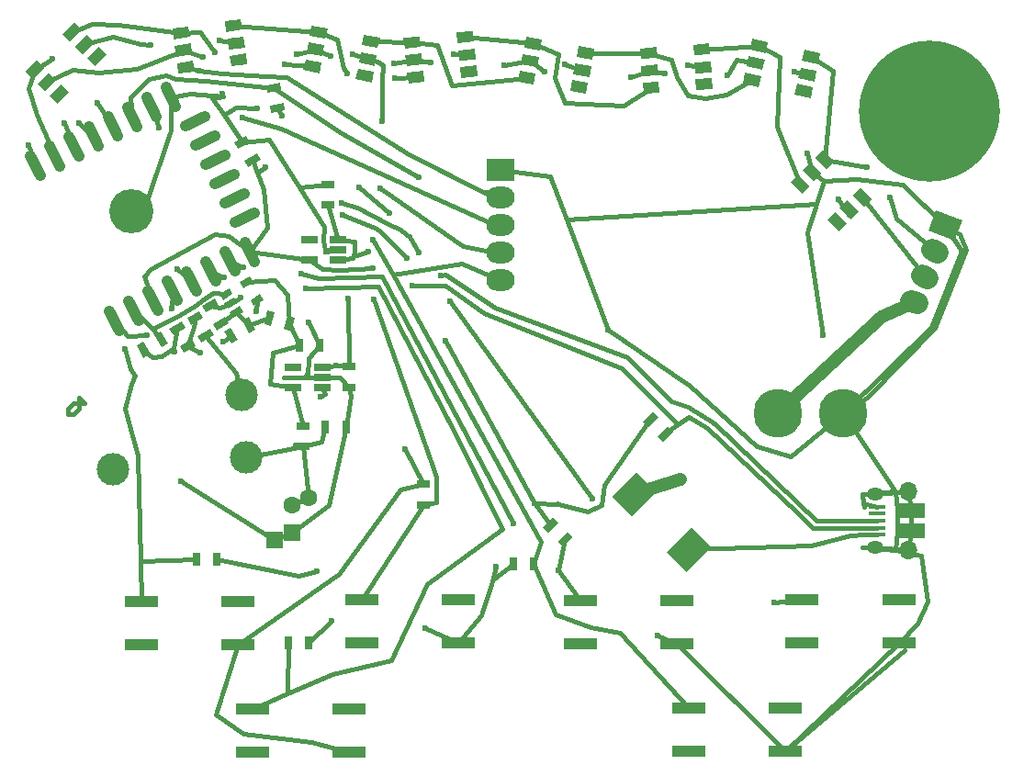
<source format=gtl>
G04 #@! TF.FileFunction,Copper,L1,Top,Signal*
%FSLAX46Y46*%
G04 Gerber Fmt 4.6, Leading zero omitted, Abs format (unit mm)*
G04 Created by KiCad (PCBNEW 4.0.2+dfsg1-stable) date Thu 12 Apr 2018 12:39:55 PM EDT*
%MOMM*%
G01*
G04 APERTURE LIST*
%ADD10C,0.100000*%
%ADD11C,4.064000*%
%ADD12R,0.700000X1.300000*%
%ADD13R,1.300000X0.700000*%
%ADD14C,1.000000*%
%ADD15C,2.000000*%
%ADD16R,1.600000X1.600000*%
%ADD17C,1.600000*%
%ADD18R,1.560000X0.650000*%
%ADD19R,3.100000X1.000000*%
%ADD20C,4.500000*%
%ADD21R,1.650000X0.400000*%
%ADD22O,1.500000X1.200000*%
%ADD23O,1.700000X1.700000*%
%ADD24R,2.500000X1.430000*%
%ADD25C,13.000000*%
%ADD26R,2.600000X2.000000*%
%ADD27O,2.600000X2.000000*%
%ADD28C,3.000000*%
%ADD29C,0.600000*%
%ADD30C,0.381000*%
%ADD31C,1.143000*%
G04 APERTURE END LIST*
D10*
D11*
X101080000Y-50100000D03*
D12*
X116590000Y-62410000D03*
X118490000Y-62410000D03*
D10*
G36*
X106287083Y-59919167D02*
X107412917Y-59269167D01*
X107762917Y-59875385D01*
X106637083Y-60525385D01*
X106287083Y-59919167D01*
X106287083Y-59919167D01*
G37*
G36*
X107237083Y-61564615D02*
X108362917Y-60914615D01*
X108712917Y-61520833D01*
X107587083Y-62170833D01*
X107237083Y-61564615D01*
X107237083Y-61564615D01*
G37*
D12*
X119020000Y-70000000D03*
X120920000Y-70000000D03*
D13*
X121170000Y-64400000D03*
X121170000Y-66300000D03*
D10*
G36*
X113032917Y-45340833D02*
X111907083Y-45990833D01*
X111557083Y-45384615D01*
X112682917Y-44734615D01*
X113032917Y-45340833D01*
X113032917Y-45340833D01*
G37*
G36*
X112082917Y-43695385D02*
X110957083Y-44345385D01*
X110607083Y-43739167D01*
X111732917Y-43089167D01*
X112082917Y-43695385D01*
X112082917Y-43695385D01*
G37*
D13*
X119220000Y-49510000D03*
X119220000Y-47610000D03*
D14*
X100012894Y-61041031D02*
X99104914Y-59259017D01*
X101794907Y-60133050D02*
X100886927Y-58351036D01*
X103576921Y-59225069D02*
X102668941Y-57443055D01*
X105358934Y-58317088D02*
X104450954Y-56535074D01*
X107140947Y-57409107D02*
X106232967Y-55627093D01*
X108922960Y-56501126D02*
X108014980Y-54719112D01*
X110704973Y-55593145D02*
X109796993Y-53811131D01*
X112486986Y-54685164D02*
X111579006Y-52903150D01*
X112453038Y-50213157D02*
X110671024Y-51121137D01*
X111545057Y-48431144D02*
X109763043Y-49339124D01*
X110637076Y-46649131D02*
X108855062Y-47557111D01*
X109729095Y-44867117D02*
X107947081Y-45775097D01*
X108821114Y-43085104D02*
X107039100Y-43993084D01*
X107913133Y-41303091D02*
X106131119Y-42211071D01*
X104315158Y-38647045D02*
X105223138Y-40429059D01*
X102533145Y-39555026D02*
X103441125Y-41337040D01*
X100751132Y-40463007D02*
X101659112Y-42245021D01*
X98969119Y-41370988D02*
X99877099Y-43153002D01*
X97187106Y-42278969D02*
X98095086Y-44060983D01*
X95405093Y-43186950D02*
X96313073Y-44968964D01*
X93623079Y-44094931D02*
X94531059Y-45876945D01*
X91841066Y-45002912D02*
X92749046Y-46784926D01*
D10*
G36*
X175329268Y-49965828D02*
X177739946Y-50939805D01*
X176990732Y-52794172D01*
X174580054Y-51820195D01*
X175329268Y-49965828D01*
X175329268Y-49965828D01*
G37*
D15*
X175486654Y-53847429D02*
X174930344Y-53622665D01*
X174535154Y-56202476D02*
X173978844Y-55977712D01*
X173583653Y-58557523D02*
X173027343Y-58332759D01*
D16*
X115900000Y-79680000D03*
D17*
X115900000Y-77180000D03*
D16*
X114300000Y-80350937D03*
D17*
X117500000Y-76509063D03*
D10*
G36*
X116203936Y-59868613D02*
X115867472Y-61124316D01*
X115191324Y-60943143D01*
X115527788Y-59687440D01*
X116203936Y-59868613D01*
X116203936Y-59868613D01*
G37*
G36*
X114368676Y-59376857D02*
X114032212Y-60632560D01*
X113356064Y-60451387D01*
X113692528Y-59195684D01*
X114368676Y-59376857D01*
X114368676Y-59376857D01*
G37*
G36*
X115275868Y-40787378D02*
X113995618Y-41013121D01*
X113874064Y-40323756D01*
X115154314Y-40098013D01*
X115275868Y-40787378D01*
X115275868Y-40787378D01*
G37*
G36*
X114945936Y-38916244D02*
X113665686Y-39141987D01*
X113544132Y-38452622D01*
X114824382Y-38226879D01*
X114945936Y-38916244D01*
X114945936Y-38916244D01*
G37*
D12*
X136320000Y-82600000D03*
X138220000Y-82600000D03*
D13*
X116960000Y-69840000D03*
X116960000Y-71740000D03*
X128020000Y-77150000D03*
X128020000Y-75250000D03*
D18*
X118720000Y-66320000D03*
X118720000Y-65370000D03*
X118720000Y-64420000D03*
X116020000Y-64420000D03*
X116020000Y-66320000D03*
X120210000Y-54590000D03*
X120210000Y-53640000D03*
X120210000Y-52690000D03*
X117510000Y-52690000D03*
X117510000Y-54590000D03*
D10*
G36*
X98100559Y-34905076D02*
X98807665Y-35612182D01*
X97747005Y-36672842D01*
X97039899Y-35965736D01*
X98100559Y-34905076D01*
X98100559Y-34905076D01*
G37*
G36*
X97004544Y-33809061D02*
X97711650Y-34516167D01*
X96650990Y-35576827D01*
X95943884Y-34869721D01*
X97004544Y-33809061D01*
X97004544Y-33809061D01*
G37*
G36*
X95837818Y-32642335D02*
X96544924Y-33349441D01*
X95484264Y-34410101D01*
X94777158Y-33702995D01*
X95837818Y-32642335D01*
X95837818Y-32642335D01*
G37*
G36*
X92372995Y-36107158D02*
X93080101Y-36814264D01*
X92019441Y-37874924D01*
X91312335Y-37167818D01*
X92372995Y-36107158D01*
X92372995Y-36107158D01*
G37*
G36*
X93504365Y-37238529D02*
X94211471Y-37945635D01*
X93150811Y-39006295D01*
X92443705Y-38299189D01*
X93504365Y-37238529D01*
X93504365Y-37238529D01*
G37*
G36*
X94635736Y-38369899D02*
X95342842Y-39077005D01*
X94282182Y-40137665D01*
X93575076Y-39430559D01*
X94635736Y-38369899D01*
X94635736Y-38369899D01*
G37*
G36*
X111671949Y-35513941D02*
X111811122Y-36504209D01*
X110325719Y-36712969D01*
X110186546Y-35722701D01*
X111671949Y-35513941D01*
X111671949Y-35513941D01*
G37*
G36*
X111456230Y-33979025D02*
X111595403Y-34969293D01*
X110110000Y-35178053D01*
X109970827Y-34187785D01*
X111456230Y-33979025D01*
X111456230Y-33979025D01*
G37*
G36*
X111226595Y-32345083D02*
X111365768Y-33335351D01*
X109880365Y-33544111D01*
X109741192Y-32553843D01*
X111226595Y-32345083D01*
X111226595Y-32345083D01*
G37*
G36*
X106374281Y-33027031D02*
X106513454Y-34017299D01*
X105028051Y-34226059D01*
X104888878Y-33235791D01*
X106374281Y-33027031D01*
X106374281Y-33027031D01*
G37*
G36*
X106596958Y-34611460D02*
X106736131Y-35601728D01*
X105250728Y-35810488D01*
X105111555Y-34820220D01*
X106596958Y-34611460D01*
X106596958Y-34611460D01*
G37*
G36*
X106819635Y-36195889D02*
X106958808Y-37186157D01*
X105473405Y-37394917D01*
X105334232Y-36404649D01*
X106819635Y-36195889D01*
X106819635Y-36195889D01*
G37*
G36*
X123470372Y-37188962D02*
X123296724Y-38173770D01*
X121819512Y-37913298D01*
X121993160Y-36928490D01*
X123470372Y-37188962D01*
X123470372Y-37188962D01*
G37*
G36*
X123739527Y-35662510D02*
X123565879Y-36647318D01*
X122088667Y-36386846D01*
X122262315Y-35402038D01*
X123739527Y-35662510D01*
X123739527Y-35662510D01*
G37*
G36*
X124026046Y-34037578D02*
X123852398Y-35022386D01*
X122375186Y-34761914D01*
X122548834Y-33777106D01*
X124026046Y-34037578D01*
X124026046Y-34037578D01*
G37*
G36*
X119200488Y-33186702D02*
X119026840Y-34171510D01*
X117549628Y-33911038D01*
X117723276Y-32926230D01*
X119200488Y-33186702D01*
X119200488Y-33186702D01*
G37*
G36*
X118922651Y-34762394D02*
X118749003Y-35747202D01*
X117271791Y-35486730D01*
X117445439Y-34501922D01*
X118922651Y-34762394D01*
X118922651Y-34762394D01*
G37*
G36*
X118644814Y-36338086D02*
X118471166Y-37322894D01*
X116993954Y-37062422D01*
X117167602Y-36077614D01*
X118644814Y-36338086D01*
X118644814Y-36338086D01*
G37*
G36*
X132917451Y-36609483D02*
X133021980Y-37604005D01*
X131530197Y-37760797D01*
X131425668Y-36766275D01*
X132917451Y-36609483D01*
X132917451Y-36609483D01*
G37*
G36*
X132755432Y-35067974D02*
X132859961Y-36062496D01*
X131368178Y-36219288D01*
X131263649Y-35224766D01*
X132755432Y-35067974D01*
X132755432Y-35067974D01*
G37*
G36*
X132582960Y-33427013D02*
X132687489Y-34421535D01*
X131195706Y-34578327D01*
X131091177Y-33583805D01*
X132582960Y-33427013D01*
X132582960Y-33427013D01*
G37*
G36*
X127709803Y-33939203D02*
X127814332Y-34933725D01*
X126322549Y-35090517D01*
X126218020Y-34095995D01*
X127709803Y-33939203D01*
X127709803Y-33939203D01*
G37*
G36*
X127877048Y-35530438D02*
X127981577Y-36524960D01*
X126489794Y-36681752D01*
X126385265Y-35687230D01*
X127877048Y-35530438D01*
X127877048Y-35530438D01*
G37*
G36*
X128044294Y-37121673D02*
X128148823Y-38116195D01*
X126657040Y-38272987D01*
X126552511Y-37278465D01*
X128044294Y-37121673D01*
X128044294Y-37121673D01*
G37*
G36*
X143240372Y-38248962D02*
X143066724Y-39233770D01*
X141589512Y-38973298D01*
X141763160Y-37988490D01*
X143240372Y-38248962D01*
X143240372Y-38248962D01*
G37*
G36*
X143509527Y-36722510D02*
X143335879Y-37707318D01*
X141858667Y-37446846D01*
X142032315Y-36462038D01*
X143509527Y-36722510D01*
X143509527Y-36722510D01*
G37*
G36*
X143796046Y-35097578D02*
X143622398Y-36082386D01*
X142145186Y-35821914D01*
X142318834Y-34837106D01*
X143796046Y-35097578D01*
X143796046Y-35097578D01*
G37*
G36*
X138970488Y-34246702D02*
X138796840Y-35231510D01*
X137319628Y-34971038D01*
X137493276Y-33986230D01*
X138970488Y-34246702D01*
X138970488Y-34246702D01*
G37*
G36*
X138692651Y-35822394D02*
X138519003Y-36807202D01*
X137041791Y-36546730D01*
X137215439Y-35561922D01*
X138692651Y-35822394D01*
X138692651Y-35822394D01*
G37*
G36*
X138414814Y-37398086D02*
X138241166Y-38382894D01*
X136763954Y-38122422D01*
X136937602Y-37137614D01*
X138414814Y-37398086D01*
X138414814Y-37398086D01*
G37*
G36*
X154638937Y-37794100D02*
X154708693Y-38791664D01*
X153212347Y-38896298D01*
X153142591Y-37898734D01*
X154638937Y-37794100D01*
X154638937Y-37794100D01*
G37*
G36*
X154530815Y-36247876D02*
X154600571Y-37245440D01*
X153104225Y-37350074D01*
X153034469Y-36352510D01*
X154530815Y-36247876D01*
X154530815Y-36247876D01*
G37*
G36*
X154415717Y-34601895D02*
X154485473Y-35599459D01*
X152989127Y-35704093D01*
X152919371Y-34706529D01*
X154415717Y-34601895D01*
X154415717Y-34601895D01*
G37*
G36*
X149527653Y-34943702D02*
X149597409Y-35941266D01*
X148101063Y-36045900D01*
X148031307Y-35048336D01*
X149527653Y-34943702D01*
X149527653Y-34943702D01*
G37*
G36*
X149639263Y-36539804D02*
X149709019Y-37537368D01*
X148212673Y-37642002D01*
X148142917Y-36644438D01*
X149639263Y-36539804D01*
X149639263Y-36539804D01*
G37*
G36*
X149750873Y-38135907D02*
X149820629Y-39133471D01*
X148324283Y-39238105D01*
X148254527Y-38240541D01*
X149750873Y-38135907D01*
X149750873Y-38135907D01*
G37*
G36*
X163961370Y-38646280D02*
X163753458Y-39624428D01*
X162286236Y-39312560D01*
X162494148Y-38334412D01*
X163961370Y-38646280D01*
X163961370Y-38646280D01*
G37*
G36*
X164283633Y-37130151D02*
X164075721Y-38108299D01*
X162608499Y-37796431D01*
X162816411Y-36818283D01*
X164283633Y-37130151D01*
X164283633Y-37130151D01*
G37*
G36*
X164626687Y-35516207D02*
X164418775Y-36494355D01*
X162951553Y-36182487D01*
X163159465Y-35204339D01*
X164626687Y-35516207D01*
X164626687Y-35516207D01*
G37*
G36*
X159833764Y-34497440D02*
X159625852Y-35475588D01*
X158158630Y-35163720D01*
X158366542Y-34185572D01*
X159833764Y-34497440D01*
X159833764Y-34497440D01*
G37*
G36*
X159501105Y-36062476D02*
X159293193Y-37040624D01*
X157825971Y-36728756D01*
X158033883Y-35750608D01*
X159501105Y-36062476D01*
X159501105Y-36062476D01*
G37*
G36*
X159168447Y-37627513D02*
X158960535Y-38605661D01*
X157493313Y-38293793D01*
X157701225Y-37315645D01*
X159168447Y-37627513D01*
X159168447Y-37627513D01*
G37*
G36*
X167104924Y-51200559D02*
X166397818Y-51907665D01*
X165337158Y-50847005D01*
X166044264Y-50139899D01*
X167104924Y-51200559D01*
X167104924Y-51200559D01*
G37*
G36*
X168200939Y-50104544D02*
X167493833Y-50811650D01*
X166433173Y-49750990D01*
X167140279Y-49043884D01*
X168200939Y-50104544D01*
X168200939Y-50104544D01*
G37*
G36*
X169367665Y-48937818D02*
X168660559Y-49644924D01*
X167599899Y-48584264D01*
X168307005Y-47877158D01*
X169367665Y-48937818D01*
X169367665Y-48937818D01*
G37*
G36*
X165902842Y-45472995D02*
X165195736Y-46180101D01*
X164135076Y-45119441D01*
X164842182Y-44412335D01*
X165902842Y-45472995D01*
X165902842Y-45472995D01*
G37*
G36*
X164771471Y-46604365D02*
X164064365Y-47311471D01*
X163003705Y-46250811D01*
X163710811Y-45543705D01*
X164771471Y-46604365D01*
X164771471Y-46604365D01*
G37*
G36*
X163640101Y-47735736D02*
X162932995Y-48442842D01*
X161872335Y-47382182D01*
X162579441Y-46675076D01*
X163640101Y-47735736D01*
X163640101Y-47735736D01*
G37*
D19*
X102055000Y-86040000D03*
X102055000Y-90040000D03*
X110965000Y-90040000D03*
X110965000Y-86040000D03*
X112275000Y-95930000D03*
X112275000Y-99930000D03*
X121185000Y-99930000D03*
X121185000Y-95930000D03*
X122335000Y-85870000D03*
X122335000Y-89870000D03*
X131245000Y-89870000D03*
X131245000Y-85870000D03*
X142535000Y-85930000D03*
X142535000Y-89930000D03*
X151445000Y-89930000D03*
X151445000Y-85930000D03*
X162955000Y-85860000D03*
X162955000Y-89860000D03*
X171865000Y-89860000D03*
X171865000Y-85860000D03*
X152515000Y-95840000D03*
X152515000Y-99840000D03*
X161425000Y-99840000D03*
X161425000Y-95840000D03*
D20*
X166700000Y-68700000D03*
X160700000Y-68700000D03*
D21*
X169860000Y-79900000D03*
X169860000Y-79250000D03*
X169860000Y-78600000D03*
X169860000Y-77950000D03*
X169860000Y-77300000D03*
D22*
X169740000Y-81020000D03*
X169740000Y-76180000D03*
D23*
X172740000Y-81330000D03*
X172740000Y-75870000D03*
D24*
X172980000Y-79560000D03*
X172980000Y-77640000D03*
D10*
G36*
X150474974Y-81467716D02*
X152737716Y-79204974D01*
X154576194Y-81043452D01*
X152313452Y-83306194D01*
X150474974Y-81467716D01*
X150474974Y-81467716D01*
G37*
G36*
X145383806Y-76376548D02*
X147646548Y-74113806D01*
X149485026Y-75952284D01*
X147222284Y-78215026D01*
X145383806Y-76376548D01*
X145383806Y-76376548D01*
G37*
G36*
X148281142Y-69450381D02*
X149200381Y-68531142D01*
X149695356Y-69026117D01*
X148776117Y-69945356D01*
X148281142Y-69450381D01*
X148281142Y-69450381D01*
G37*
G36*
X149624644Y-70793883D02*
X150543883Y-69874644D01*
X151038858Y-70369619D01*
X150119619Y-71288858D01*
X149624644Y-70793883D01*
X149624644Y-70793883D01*
G37*
D25*
X174680000Y-40850000D03*
D26*
X135128000Y-46228000D03*
D27*
X135128000Y-48768000D03*
X135128000Y-51308000D03*
X135128000Y-53848000D03*
X135128000Y-56388000D03*
D28*
X99420515Y-73880000D03*
X111285064Y-67030000D03*
X111720000Y-72783332D03*
D12*
X107120000Y-82140000D03*
X109020000Y-82140000D03*
X115560000Y-89840000D03*
X117460000Y-89840000D03*
D10*
G36*
X141808858Y-80089619D02*
X140889619Y-81008858D01*
X140394644Y-80513883D01*
X141313883Y-79594644D01*
X141808858Y-80089619D01*
X141808858Y-80089619D01*
G37*
G36*
X140465356Y-78746117D02*
X139546117Y-79665356D01*
X139051142Y-79170381D01*
X139970381Y-78251142D01*
X140465356Y-78746117D01*
X140465356Y-78746117D01*
G37*
G36*
X102259167Y-63572917D02*
X101609167Y-62447083D01*
X102215385Y-62097083D01*
X102865385Y-63222917D01*
X102259167Y-63572917D01*
X102259167Y-63572917D01*
G37*
G36*
X103904615Y-62622917D02*
X103254615Y-61497083D01*
X103860833Y-61147083D01*
X104510833Y-62272917D01*
X103904615Y-62622917D01*
X103904615Y-62622917D01*
G37*
G36*
X110092917Y-60400833D02*
X108967083Y-61050833D01*
X108617083Y-60444615D01*
X109742917Y-59794615D01*
X110092917Y-60400833D01*
X110092917Y-60400833D01*
G37*
G36*
X109142917Y-58755385D02*
X108017083Y-59405385D01*
X107667083Y-58799167D01*
X108792917Y-58149167D01*
X109142917Y-58755385D01*
X109142917Y-58755385D01*
G37*
G36*
X104627083Y-60879167D02*
X105752917Y-60229167D01*
X106102917Y-60835385D01*
X104977083Y-61485385D01*
X104627083Y-60879167D01*
X104627083Y-60879167D01*
G37*
G36*
X105577083Y-62524615D02*
X106702917Y-61874615D01*
X107052917Y-62480833D01*
X105927083Y-63130833D01*
X105577083Y-62524615D01*
X105577083Y-62524615D01*
G37*
G36*
X111940833Y-59827083D02*
X112590833Y-60952917D01*
X111984615Y-61302917D01*
X111334615Y-60177083D01*
X111940833Y-59827083D01*
X111940833Y-59827083D01*
G37*
G36*
X110295385Y-60777083D02*
X110945385Y-61902917D01*
X110339167Y-62252917D01*
X109689167Y-61127083D01*
X110295385Y-60777083D01*
X110295385Y-60777083D01*
G37*
G36*
X109555879Y-58253734D02*
X109230879Y-57690818D01*
X110148865Y-57160818D01*
X110473865Y-57723734D01*
X109555879Y-58253734D01*
X109555879Y-58253734D01*
G37*
G36*
X110030879Y-59076458D02*
X109705879Y-58513542D01*
X110623865Y-57983542D01*
X110948865Y-58546458D01*
X110030879Y-59076458D01*
X110030879Y-59076458D01*
G37*
G36*
X110505879Y-59899182D02*
X110180879Y-59336266D01*
X111098865Y-58806266D01*
X111423865Y-59369182D01*
X110505879Y-59899182D01*
X110505879Y-59899182D01*
G37*
G36*
X112411135Y-58799182D02*
X112086135Y-58236266D01*
X113004121Y-57706266D01*
X113329121Y-58269182D01*
X112411135Y-58799182D01*
X112411135Y-58799182D01*
G37*
G36*
X111461135Y-57153734D02*
X111136135Y-56590818D01*
X112054121Y-56060818D01*
X112379121Y-56623734D01*
X111461135Y-57153734D01*
X111461135Y-57153734D01*
G37*
D29*
X111200000Y-58060000D03*
X117480000Y-60280000D03*
X112760000Y-40580000D03*
X126340000Y-71970000D03*
X105670000Y-74990000D03*
X145080000Y-60990000D03*
X149620000Y-89170000D03*
X102320000Y-49840000D03*
X117350000Y-65210000D03*
X119080000Y-53785000D03*
X164900000Y-61525000D03*
X163475000Y-44730000D03*
X156060000Y-37570000D03*
X150285000Y-37350000D03*
X139210000Y-37185000D03*
X147220000Y-37675000D03*
X128750000Y-36350000D03*
X119480000Y-35785000D03*
X125365000Y-36460000D03*
X116350000Y-35560000D03*
X109515000Y-39245000D03*
X107690000Y-35800000D03*
X135480000Y-36575000D03*
X109600000Y-62060000D03*
X107440000Y-63080000D03*
X121090000Y-58085000D03*
X118530000Y-67140000D03*
X120005000Y-64315000D03*
X122935000Y-53765000D03*
X151770000Y-74825000D03*
X166340000Y-48960000D03*
X162280000Y-37170000D03*
X152400000Y-36580000D03*
X141110000Y-36530000D03*
X130830000Y-35620000D03*
X121550000Y-35620000D03*
X109210000Y-34310000D03*
X102920000Y-34750000D03*
X124250000Y-41800000D03*
X124090000Y-47970000D03*
X119580000Y-87820000D03*
X118190000Y-83260000D03*
X128190000Y-88510000D03*
X130048000Y-61976000D03*
X123430000Y-55320000D03*
X134700000Y-82840000D03*
X138330000Y-76975000D03*
X113445000Y-46005000D03*
X114970000Y-41230000D03*
X104880000Y-59080000D03*
X102570000Y-61500000D03*
X105380000Y-55380000D03*
X100570000Y-62775000D03*
X116800000Y-55820000D03*
X111420000Y-55260000D03*
X140515000Y-83170000D03*
X136370000Y-78840000D03*
X122100000Y-47835000D03*
X124905000Y-50250000D03*
X123495000Y-58225000D03*
X103630000Y-42365000D03*
X127600000Y-46910000D03*
X130480000Y-58395000D03*
X143610000Y-76585000D03*
X160430000Y-86110000D03*
X98005000Y-40050000D03*
X123425000Y-52650000D03*
X107420000Y-37130000D03*
X93840000Y-36050000D03*
X171095000Y-48790000D03*
X168960000Y-46025000D03*
X108800000Y-35410000D03*
X115260000Y-36545000D03*
X121035000Y-37370000D03*
X125425000Y-37780000D03*
X111375000Y-41405000D03*
X91630000Y-43930000D03*
X109640000Y-56160000D03*
X117220000Y-57180000D03*
X120520000Y-49330000D03*
X94975000Y-41960000D03*
X129640000Y-56010000D03*
X127630000Y-53890000D03*
X127000000Y-56896000D03*
X126492000Y-54356000D03*
X96255000Y-41910000D03*
X120585000Y-50370000D03*
X105140000Y-63040000D03*
X112640000Y-59280000D03*
D30*
X95816000Y-68808000D02*
X96324000Y-68300000D01*
X96324000Y-68300000D02*
X96324000Y-67284000D01*
X96324000Y-67284000D02*
X96832000Y-67792000D01*
X96832000Y-67792000D02*
X95816000Y-67792000D01*
X95816000Y-67792000D02*
X95308000Y-68300000D01*
X95308000Y-68300000D02*
X95308000Y-68808000D01*
X95308000Y-68808000D02*
X95816000Y-68808000D01*
X141226581Y-50812652D02*
X164301479Y-49385060D01*
X164301479Y-49385060D02*
X164301479Y-49385061D01*
X111200000Y-58060000D02*
X110327372Y-58530000D01*
X118490000Y-62410000D02*
X117480000Y-60280000D01*
X110327372Y-58530000D02*
X109360000Y-58920000D01*
X109360000Y-58920000D02*
X108405000Y-58777276D01*
X112760000Y-40580000D02*
X110800000Y-40480000D01*
X110800000Y-40480000D02*
X109648676Y-41212661D01*
X128020000Y-75250000D02*
X126340000Y-71970000D01*
X110965000Y-90040000D02*
X120250000Y-83480000D01*
X120250000Y-83480000D02*
X125900000Y-75720000D01*
X125900000Y-75720000D02*
X128020000Y-75250000D01*
X114300000Y-80350937D02*
X105670000Y-74990000D01*
X120920000Y-70000000D02*
X119360000Y-77170000D01*
X119360000Y-77170000D02*
X115900000Y-79680000D01*
X120920000Y-70000000D02*
X121385547Y-67075410D01*
X121385547Y-67075410D02*
X121385547Y-67075409D01*
X118490000Y-62410000D02*
X117470000Y-63570000D01*
X117470000Y-63570000D02*
X117350000Y-65210000D01*
X172740000Y-81330000D02*
X169740000Y-81020000D01*
X172980000Y-79560000D02*
X172740000Y-81330000D01*
X172980000Y-77640000D02*
X172980000Y-79560000D01*
X172740000Y-75870000D02*
X172980000Y-77640000D01*
X169740000Y-76180000D02*
X172740000Y-75870000D01*
X168620000Y-77020000D02*
X169860000Y-77300000D01*
X166700000Y-68700000D02*
X168930000Y-67220000D01*
X168930000Y-67220000D02*
X175210000Y-60840000D01*
X175210000Y-60840000D02*
X178090000Y-53640000D01*
X178090000Y-53640000D02*
X177470000Y-52220000D01*
X177470000Y-52220000D02*
X176160000Y-51380000D01*
X176160000Y-51380000D02*
X177640000Y-53700000D01*
X177640000Y-53700000D02*
X174900000Y-60690000D01*
X174900000Y-60690000D02*
X166700000Y-68700000D01*
X145080000Y-60990000D02*
X141226581Y-50812652D01*
X141226581Y-50812652D02*
X139730000Y-46860000D01*
X139730000Y-46860000D02*
X135128000Y-46228000D01*
X166700000Y-68700000D02*
X161890000Y-72630000D01*
X161890000Y-72630000D02*
X158780000Y-71740000D01*
X158780000Y-71740000D02*
X152640000Y-66140000D01*
X152640000Y-66140000D02*
X145080000Y-60990000D01*
X149620000Y-89170000D02*
X151445000Y-89930000D01*
X104769148Y-39538052D02*
X104740000Y-42630000D01*
X104740000Y-42630000D02*
X102320000Y-49840000D01*
X119220000Y-47610000D02*
X116580359Y-47884391D01*
X116580359Y-47884391D02*
X116580359Y-47884390D01*
X118720000Y-65370000D02*
X120335000Y-65400000D01*
X120335000Y-65400000D02*
X121170000Y-66300000D01*
X121170000Y-66300000D02*
X121385547Y-67075409D01*
X116930441Y-65364916D02*
X117350000Y-65210000D01*
X119080000Y-53785000D02*
X120210000Y-53640000D01*
X115900000Y-79680000D02*
X114300000Y-80350937D01*
X161425000Y-99840000D02*
X171865000Y-89860000D01*
X164979064Y-47284265D02*
X164301479Y-49385061D01*
X164301479Y-49385061D02*
X163450000Y-52025000D01*
X163450000Y-52025000D02*
X164900000Y-61525000D01*
X163887588Y-46427588D02*
X164979064Y-47284265D01*
X164979064Y-47284265D02*
X164980000Y-47285000D01*
X164980000Y-47285000D02*
X167985000Y-47080000D01*
X167985000Y-47080000D02*
X172210000Y-47630000D01*
X172210000Y-47630000D02*
X176160000Y-51380000D01*
X163475000Y-44730000D02*
X163887588Y-46427588D01*
X158663538Y-36395616D02*
X156930000Y-36130000D01*
X156930000Y-36130000D02*
X156910000Y-36130000D01*
X156910000Y-36130000D02*
X156060000Y-37570000D01*
X150285000Y-37350000D02*
X148925968Y-37090903D01*
X137867221Y-36184562D02*
X139210000Y-37185000D01*
X147220000Y-37675000D02*
X148925968Y-37090903D01*
X127183421Y-36106095D02*
X128750000Y-36350000D01*
X135480000Y-36575000D02*
X137867221Y-36184562D01*
X118097221Y-35124562D02*
X119480000Y-35785000D01*
X125365000Y-36460000D02*
X127183421Y-36106095D01*
X110965000Y-90040000D02*
X108910000Y-96450000D01*
X108910000Y-96450000D02*
X111455000Y-98210000D01*
X111455000Y-98210000D02*
X117710000Y-99020000D01*
X117710000Y-99020000D02*
X121185000Y-99930000D01*
X171865000Y-89860000D02*
X173590000Y-88095000D01*
X173590000Y-88095000D02*
X174540000Y-86025000D01*
X174540000Y-86025000D02*
X173900000Y-81835000D01*
X173900000Y-81835000D02*
X171530000Y-81330000D01*
X161425000Y-99840000D02*
X172375000Y-90500000D01*
X151445000Y-89930000D02*
X161425000Y-99840000D01*
X171530000Y-81330000D02*
X168530000Y-81020000D01*
X171770000Y-79560000D02*
X171530000Y-81330000D01*
X171770000Y-77640000D02*
X171770000Y-79560000D01*
X171770000Y-77640000D02*
X171530000Y-75870000D01*
X168530000Y-76180000D02*
X168620000Y-77020000D01*
X168620000Y-77020000D02*
X168650000Y-77300000D01*
X171530000Y-75870000D02*
X168530000Y-76180000D01*
X166700000Y-68700000D02*
X171530000Y-75870000D01*
X118097221Y-35124562D02*
X116350000Y-35560000D01*
X93327588Y-38122412D02*
X95690000Y-37020000D01*
X101590000Y-36930000D02*
X105923843Y-35210974D01*
X98080000Y-37260000D02*
X101590000Y-36930000D01*
X95690000Y-37020000D02*
X98080000Y-37260000D01*
X105923843Y-35210974D02*
X107690000Y-35800000D01*
X109515000Y-39245000D02*
X109549293Y-39459502D01*
X120210000Y-53640000D02*
X119010000Y-53600000D01*
X113790000Y-43480000D02*
X111345000Y-43717276D01*
X118890000Y-51530000D02*
X116580359Y-47884390D01*
X116580359Y-47884390D02*
X113790000Y-43480000D01*
X118810000Y-52770000D02*
X118890000Y-51530000D01*
X119010000Y-53600000D02*
X118810000Y-52770000D01*
X111345000Y-43717276D02*
X109648676Y-41212661D01*
X109648676Y-41212661D02*
X108570000Y-39620000D01*
X106510000Y-39230000D02*
X104769148Y-39538052D01*
X108570000Y-39620000D02*
X109549293Y-39459502D01*
X109549293Y-39459502D02*
X106510000Y-39230000D01*
X115200000Y-65360000D02*
X116930441Y-65364916D01*
X116930441Y-65364916D02*
X118720000Y-65370000D01*
X110317276Y-61515000D02*
X109600000Y-62060000D01*
X107440000Y-63080000D02*
X106315000Y-62502724D01*
X106315000Y-62502724D02*
X106880000Y-60700000D01*
X106880000Y-60700000D02*
X107025000Y-59897276D01*
X111285064Y-67030000D02*
X110785064Y-64970000D01*
X107975000Y-61542724D02*
X110785064Y-64970000D01*
X111720000Y-72783332D02*
X116960000Y-71740000D01*
X116960000Y-71740000D02*
X118610000Y-71320000D01*
X118610000Y-71320000D02*
X119020000Y-70000000D01*
X116170000Y-71550000D02*
X116960000Y-71740000D01*
X117500000Y-76509063D02*
X115900000Y-77180000D01*
X116960000Y-71740000D02*
X117500000Y-76509063D01*
X119220000Y-49510000D02*
X120210000Y-52690000D01*
X121170000Y-64400000D02*
X121090000Y-58085000D01*
X120005000Y-64315000D02*
X118720000Y-64420000D01*
X119012900Y-66930208D02*
X118530000Y-67140000D01*
X120005000Y-64315000D02*
X121170000Y-64400000D01*
X119012900Y-66930208D02*
X118720000Y-66320000D01*
X121577471Y-54228880D02*
X122935000Y-53765000D01*
X123850000Y-36290000D02*
X122914097Y-36024678D01*
X120210000Y-54590000D02*
X121535000Y-54420000D01*
X121535000Y-54420000D02*
X121577471Y-54228880D01*
X121577471Y-54228880D02*
X121685000Y-53745000D01*
X121685000Y-53745000D02*
X121685000Y-52820000D01*
X121685000Y-52820000D02*
X120210000Y-52690000D01*
D31*
X147434416Y-76164416D02*
X151770000Y-74825000D01*
X160700000Y-68700000D02*
X170265000Y-59820000D01*
X170265000Y-59820000D02*
X173305498Y-58445141D01*
D30*
X166340000Y-48960000D02*
X167227056Y-50397767D01*
X152400000Y-36580000D02*
X153817520Y-36798975D01*
X141110000Y-36530000D02*
X142684097Y-37084678D01*
X130830000Y-35620000D02*
X132061805Y-35643631D01*
X121550000Y-35620000D02*
X122914097Y-36024678D01*
X96827767Y-34692944D02*
X99410000Y-33940000D01*
X109210000Y-34310000D02*
X110783115Y-34578539D01*
X101960000Y-34640000D02*
X102920000Y-34750000D01*
X99410000Y-33940000D02*
X101960000Y-34640000D01*
X162280000Y-37170000D02*
X163576066Y-37498291D01*
X124360000Y-36635000D02*
X123850000Y-36290000D01*
X124250000Y-41800000D02*
X124235000Y-37915000D01*
X124235000Y-37915000D02*
X124360000Y-36635000D01*
X125160000Y-48730000D02*
X124090000Y-47970000D01*
X134615000Y-53890000D02*
X131710000Y-53265000D01*
X131710000Y-53265000D02*
X125160000Y-48730000D01*
X112032996Y-53794157D02*
X110060000Y-52340000D01*
X110060000Y-52340000D02*
X108820000Y-52180000D01*
X108820000Y-52180000D02*
X102860000Y-55360000D01*
X102860000Y-55360000D02*
X102300000Y-56100000D01*
X102300000Y-56100000D02*
X103122931Y-58334062D01*
X139758249Y-78958249D02*
X138330000Y-76975000D01*
X117460000Y-89840000D02*
X119580000Y-87820000D01*
X109020000Y-82140000D02*
X116510000Y-83710000D01*
X116510000Y-83710000D02*
X118190000Y-83260000D01*
X128190000Y-88510000D02*
X131245000Y-89870000D01*
X130048000Y-61976000D02*
X138330000Y-76975000D01*
X117510000Y-54590000D02*
X118690000Y-55365000D01*
X118690000Y-55365000D02*
X120365000Y-55445000D01*
X120365000Y-55445000D02*
X123430000Y-55320000D01*
X140510000Y-77032232D02*
X143195000Y-77730000D01*
X143195000Y-77730000D02*
X144480000Y-77170000D01*
X144480000Y-77170000D02*
X144700000Y-75270000D01*
X144700000Y-75270000D02*
X148988249Y-69238249D01*
X134390671Y-84193215D02*
X134700000Y-82840000D01*
X138330000Y-76975000D02*
X140510000Y-77032232D01*
X140510000Y-77032232D02*
X140425000Y-77030000D01*
X131245000Y-89870000D02*
X133420000Y-87335000D01*
X133420000Y-87335000D02*
X134390671Y-84193215D01*
X134390671Y-84193215D02*
X134455000Y-83985000D01*
X134455000Y-83985000D02*
X136320000Y-82600000D01*
X112730550Y-46476277D02*
X113445000Y-46005000D01*
X114970000Y-41230000D02*
X114574966Y-40555567D01*
X117510000Y-54590000D02*
X112032996Y-53794157D01*
X112032996Y-53794157D02*
X113630000Y-51610000D01*
X113350000Y-48060000D02*
X112730550Y-46476277D01*
X112730550Y-46476277D02*
X112295000Y-45362724D01*
X113630000Y-51610000D02*
X113350000Y-48060000D01*
X99558904Y-60150024D02*
X100780000Y-61620000D01*
X104880000Y-59080000D02*
X104904944Y-57426081D01*
X100780000Y-61620000D02*
X102570000Y-61500000D01*
X107120000Y-82140000D02*
X101950874Y-82303946D01*
X101950874Y-82303946D02*
X101950874Y-82303959D01*
X105380000Y-55380000D02*
X106686957Y-56518100D01*
X100505000Y-68255000D02*
X101115000Y-65975000D01*
X101115000Y-65975000D02*
X101435000Y-65225000D01*
X101435000Y-65225000D02*
X101055000Y-64650000D01*
X101055000Y-64650000D02*
X100570000Y-62775000D01*
X102055000Y-86040000D02*
X101950874Y-82303959D01*
X101950874Y-82303959D02*
X101680000Y-72585000D01*
X101680000Y-72585000D02*
X100505000Y-68255000D01*
X141101751Y-80301751D02*
X140515000Y-83170000D01*
X118420000Y-56280000D02*
X116800000Y-55820000D01*
X111420000Y-55260000D02*
X110250983Y-54702138D01*
X142535000Y-85930000D02*
X140515000Y-83170000D01*
X136370000Y-78840000D02*
X124275000Y-56105000D01*
X124275000Y-56105000D02*
X118420000Y-56280000D01*
X118420000Y-56280000D02*
X118525000Y-56278094D01*
X128020000Y-77150000D02*
X122335000Y-85870000D01*
X122100000Y-47835000D02*
X124905000Y-50250000D01*
X123495000Y-58225000D02*
X129250000Y-74545000D01*
X129250000Y-74545000D02*
X129250000Y-76945000D01*
X129250000Y-76945000D02*
X128020000Y-77150000D01*
X102987135Y-40446033D02*
X103630000Y-42365000D01*
X114245034Y-38684433D02*
X120510000Y-42865000D01*
X120510000Y-42865000D02*
X127600000Y-46910000D01*
X130480000Y-58395000D02*
X143610000Y-76585000D01*
X160430000Y-86110000D02*
X162955000Y-85860000D01*
X114245034Y-38684433D02*
X107970000Y-38070000D01*
X101040000Y-39580000D02*
X101205122Y-41354014D01*
X102730000Y-37910000D02*
X101040000Y-39580000D01*
X104320000Y-37570000D02*
X102730000Y-37910000D01*
X105220000Y-37890000D02*
X104320000Y-37570000D01*
X107970000Y-38070000D02*
X105220000Y-37890000D01*
X131572000Y-54864000D02*
X125235699Y-55920050D01*
X125235699Y-55920050D02*
X125235699Y-55920051D01*
X135128000Y-56388000D02*
X131572000Y-54864000D01*
X138220000Y-82600000D02*
X140250000Y-87235000D01*
X140250000Y-87235000D02*
X143420000Y-88390000D01*
X143420000Y-88390000D02*
X146140000Y-88940000D01*
X146140000Y-88940000D02*
X152515000Y-95840000D01*
X99423109Y-42261995D02*
X98005000Y-40050000D01*
X123425000Y-52650000D02*
X125235699Y-55920051D01*
X125235699Y-55920051D02*
X138860000Y-80525000D01*
X138860000Y-80525000D02*
X138220000Y-82600000D01*
X107420000Y-37130000D02*
X109470000Y-37400000D01*
X109470000Y-37400000D02*
X113490000Y-37645000D01*
X113490000Y-37645000D02*
X115460000Y-37675000D01*
X115460000Y-37675000D02*
X126685000Y-44805000D01*
X107420000Y-37130000D02*
X106146520Y-36795403D01*
X92196218Y-36991041D02*
X93840000Y-36050000D01*
X92196218Y-36991041D02*
X91680000Y-38760000D01*
X92370000Y-41160000D02*
X94077069Y-44985938D01*
X91680000Y-38760000D02*
X92370000Y-41160000D01*
X126685000Y-44805000D02*
X133588145Y-48291393D01*
X133588145Y-48291393D02*
X134651393Y-48291393D01*
X134651393Y-48291393D02*
X135128000Y-48768000D01*
X133588145Y-48291393D02*
X134615000Y-48810000D01*
X163789120Y-35849347D02*
X165770000Y-37085000D01*
X165770000Y-37085000D02*
X165018959Y-45296218D01*
X175208499Y-53735047D02*
X171645000Y-50720000D01*
X171645000Y-50720000D02*
X171095000Y-48790000D01*
X168960000Y-46025000D02*
X165018959Y-45296218D01*
X168483782Y-48761041D02*
X174256999Y-56090094D01*
X105701166Y-33626545D02*
X107485000Y-33530000D01*
X107485000Y-33530000D02*
X108800000Y-35410000D01*
X115260000Y-36545000D02*
X117819384Y-36700254D01*
X95661041Y-33526218D02*
X97510000Y-32810000D01*
X99960000Y-32870000D02*
X105701166Y-33626545D01*
X97510000Y-32810000D02*
X99960000Y-32870000D01*
X118375058Y-33548870D02*
X120075000Y-34230000D01*
X120075000Y-34230000D02*
X120685000Y-36820000D01*
X120685000Y-36820000D02*
X121035000Y-37370000D01*
X125425000Y-37780000D02*
X127350667Y-37697330D01*
X110553480Y-32944597D02*
X118375058Y-33548870D01*
X137589384Y-37760254D02*
X130690000Y-38440000D01*
X130690000Y-38440000D02*
X129355000Y-34700000D01*
X129355000Y-34700000D02*
X127016176Y-34514860D01*
X123200616Y-34399746D02*
X127016176Y-34514860D01*
X138145058Y-34608870D02*
X140450000Y-35600000D01*
X140450000Y-35600000D02*
X140165000Y-37755000D01*
X140165000Y-37755000D02*
X141080000Y-40050000D01*
X141080000Y-40050000D02*
X146530000Y-40295000D01*
X146530000Y-40295000D02*
X149037578Y-38687006D01*
X131889333Y-34002670D02*
X138145058Y-34608870D01*
X148814358Y-35494801D02*
X150935000Y-36130000D01*
X150935000Y-36130000D02*
X151385000Y-37735000D01*
X151385000Y-37735000D02*
X152440000Y-39360000D01*
X152440000Y-39360000D02*
X154045000Y-39685000D01*
X154045000Y-39685000D02*
X155995000Y-39320000D01*
X155995000Y-39320000D02*
X158330880Y-37960653D01*
X142970616Y-35459746D02*
X148814358Y-35494801D01*
X111375000Y-41405000D02*
X114880000Y-42460000D01*
X114880000Y-42460000D02*
X134615000Y-51350000D01*
X92295056Y-45893919D02*
X91630000Y-43930000D01*
X162756218Y-47558959D02*
X160655000Y-42245000D01*
X160655000Y-42245000D02*
X160880000Y-35820000D01*
X160880000Y-35820000D02*
X158996197Y-34830580D01*
X158996197Y-34830580D02*
X153702422Y-35152994D01*
X169860000Y-79900000D02*
X168650000Y-79900000D01*
X168650000Y-79900000D02*
X167450000Y-79910000D01*
X163800000Y-80910000D02*
X152525584Y-81255584D01*
X167450000Y-79910000D02*
X163800000Y-80910000D01*
X115560000Y-89840000D02*
X115517899Y-94534210D01*
X108468970Y-55610119D02*
X109640000Y-56160000D01*
X117220000Y-57180000D02*
X123865000Y-57035000D01*
X123865000Y-57035000D02*
X130745000Y-70090000D01*
X130745000Y-70090000D02*
X135330000Y-79400000D01*
X135330000Y-79400000D02*
X128410000Y-84435000D01*
X128410000Y-84435000D02*
X125115000Y-91475000D01*
X125115000Y-91475000D02*
X119640000Y-92760000D01*
X119640000Y-92760000D02*
X115517899Y-94534210D01*
X115517899Y-94534210D02*
X112275000Y-95930000D01*
X169860000Y-78600000D02*
X168650000Y-78600000D01*
X126760000Y-52394382D02*
X125914883Y-51777600D01*
X121930000Y-49705000D02*
X124790000Y-51250000D01*
X124790000Y-51250000D02*
X125914883Y-51777600D01*
X125914883Y-51777600D02*
X125920000Y-51780000D01*
X121930000Y-49705000D02*
X120520000Y-49330000D01*
X130048000Y-55880000D02*
X129640000Y-56010000D01*
X127630000Y-53890000D02*
X126760000Y-52394382D01*
X126760000Y-52394382D02*
X126740000Y-52360000D01*
X154883398Y-69655527D02*
X152400000Y-68072000D01*
X152400000Y-68072000D02*
X150876000Y-67564000D01*
X150876000Y-67564000D02*
X146812000Y-63500000D01*
X146812000Y-63500000D02*
X134620000Y-58928000D01*
X134620000Y-58928000D02*
X130048000Y-55880000D01*
X168650000Y-78600000D02*
X164285000Y-78595000D01*
X164285000Y-78595000D02*
X154883398Y-69655527D01*
X154883398Y-69655527D02*
X154825000Y-69600000D01*
X94975000Y-41960000D02*
X95859083Y-44077957D01*
X169860000Y-79250000D02*
X168650000Y-79250000D01*
X151484975Y-69733235D02*
X146304000Y-64516000D01*
X146304000Y-64516000D02*
X133604000Y-59436000D01*
X133604000Y-59436000D02*
X130048000Y-56896000D01*
X130048000Y-56896000D02*
X127000000Y-56896000D01*
X126492000Y-54356000D02*
X123952000Y-51816000D01*
X123952000Y-51816000D02*
X123560000Y-51550000D01*
X150331751Y-70581751D02*
X151484975Y-69733235D01*
X151484975Y-69733235D02*
X152494283Y-68990609D01*
X154230000Y-70075000D02*
X162535000Y-77830000D01*
X97641096Y-43169976D02*
X96255000Y-41910000D01*
X120585000Y-50370000D02*
X123560000Y-51550000D01*
X152494283Y-68990609D02*
X154230000Y-70075000D01*
X168650000Y-79250000D02*
X163945000Y-79265000D01*
X163945000Y-79265000D02*
X162535000Y-77830000D01*
X115697630Y-60405878D02*
X115520000Y-57800000D01*
X115520000Y-57800000D02*
X114340000Y-56420000D01*
X114340000Y-56420000D02*
X111757628Y-56607276D01*
X115697630Y-60405878D02*
X116590000Y-62410000D01*
X116020000Y-66320000D02*
X113870000Y-66000000D01*
X113870000Y-66000000D02*
X114160000Y-63110000D01*
X116590000Y-62410000D02*
X114160000Y-63110000D01*
X116020000Y-66320000D02*
X116960000Y-69840000D01*
X103080000Y-60927069D02*
X105440000Y-59720000D01*
X103882724Y-61885000D02*
X103080000Y-60927069D01*
X103080000Y-60927069D02*
X102940000Y-60760000D01*
X102940000Y-60760000D02*
X101340917Y-59242043D01*
X107100000Y-58697600D02*
X105440000Y-59720000D01*
X107120000Y-58680000D02*
X107100000Y-58697600D01*
X107100000Y-58697600D02*
X107620000Y-58240000D01*
X107620000Y-58240000D02*
X108640000Y-57580000D01*
X108640000Y-57580000D02*
X109852372Y-57707276D01*
X111962724Y-60565000D02*
X113862370Y-59914122D01*
X111962724Y-60565000D02*
X110802372Y-59352724D01*
X109355000Y-60422724D02*
X110802372Y-59352724D01*
X104980000Y-62640000D02*
X105140000Y-63040000D01*
X112640000Y-59280000D02*
X112707628Y-58252724D01*
X105365000Y-60857276D02*
X104980000Y-62640000D01*
X104980000Y-62640000D02*
X103920000Y-63460000D01*
X103920000Y-63460000D02*
X103060000Y-63560000D01*
X103060000Y-63560000D02*
X102237276Y-62835000D01*
M02*

</source>
